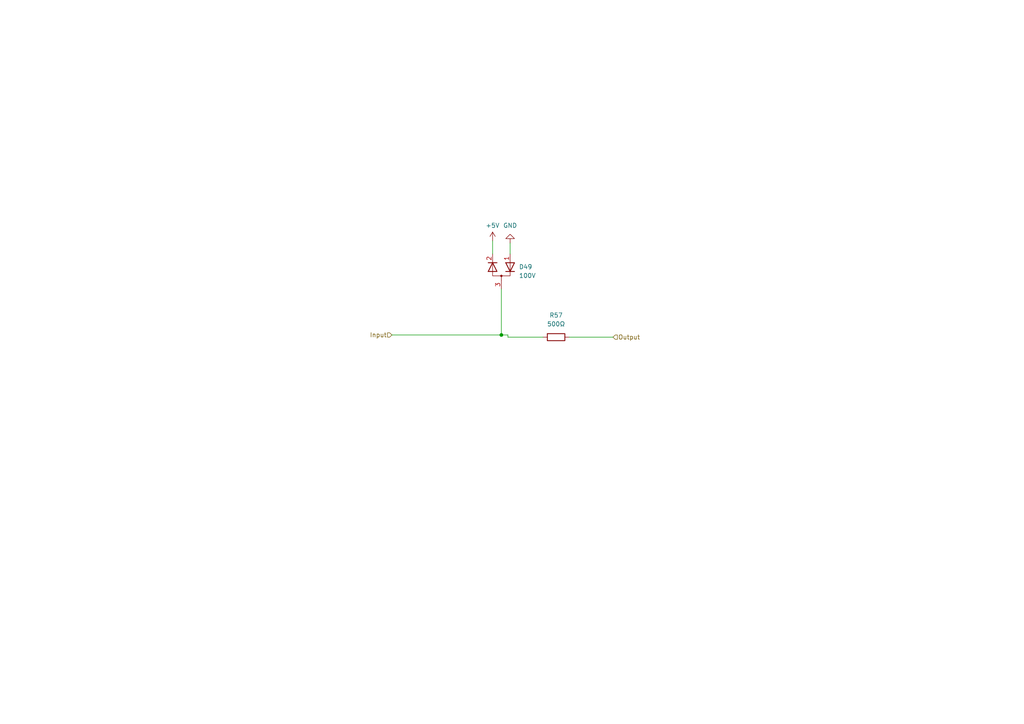
<source format=kicad_sch>
(kicad_sch (version 20230121) (generator eeschema)
  (paper "A4")
  (lib_symbols
    (symbol "Device:D_Dual_Series_AKC_Parallel" (pin_names (offset 0.762) hide)
      (property "Reference" "D" (at 0 5.08 0))
      (property "Value" "D_Dual_Series_AKC_Parallel" (at 0 -5.08 0))
      (symbol "D_Dual_Series_AKC_Parallel_0_0"
        (polyline (pts (xy 0 -1.27) (xy 0 -3.81)) (stroke (width 0.254)))
        (polyline (pts (xy 2.54 3.81) (xy 2.54 1.27)) (stroke (width 0.254)))
      )
      (symbol "D_Dual_Series_AKC_Parallel_0_1"
        (circle (center -1.27 0) (radius 0.254) (fill (type outline)))
        (polyline (pts (xy -1.27 0) (xy -2.54 0)))
        (polyline (pts (xy 2.54 2.54) (xy -1.27 2.54) (xy -1.27 -2.54) (xy 2.54 -2.54)))
        (polyline (pts (xy 0 3.81) (xy 2.54 2.54) (xy 0 1.27) (xy 0 3.81) (xy 0 3.81) (xy 0 3.81)) (stroke (width 0.254)))
        (polyline (pts (xy 2.54 -1.27) (xy 0 -2.54) (xy 2.54 -3.81) (xy 2.54 -1.27) (xy 2.54 -1.27) (xy 2.54 -1.27)) (stroke (width 0.254)))
        (pin passive line (at 5.08 -2.54 180) (length 2.54) (name "K") (number "1"))
        (pin passive line (at 5.08 2.54 180) (length 2.54) (name "K") (number "2"))
        (pin passive line (at -5.08 0 0) (length 2.54) (name "A") (number "3"))
      )
    )
    (symbol "Device:R" (pin_numbers hide) (pin_names (offset 0))
      (property "Reference" "R" (at 2.032 0 90))
      (property "Value" "R" (at 0 0 90))
      (symbol "R_0_1"
        (rectangle (start -1.016 -2.54) (end 1.016 2.54) (stroke (width 0.254)))
      )
      (symbol "R_1_1"
        (pin passive line (at 0 3.81 270) (length 1.27) (name "~") (number "1"))
        (pin passive line (at 0 -3.81 90) (length 1.27) (name "~") (number "2"))
      )
    )
    (symbol "power:+5V" (power) (pin_names (offset 0))
      (property "Value" "+5V" (at 0 3.556 0))
      (symbol "+5V_0_1"
        (polyline (pts (xy -0.762 1.27) (xy 0 2.54)))
        (polyline (pts (xy 0 0) (xy 0 2.54)))
        (polyline (pts (xy 0 2.54) (xy 0.762 1.27)))
      )
      (symbol "+5V_1_1"
        (pin power_in line (at 0 0 90) (length 0) hide (name "+5V") (number "1"))
      )
    )
    (symbol "power:GND" (power) (pin_names (offset 0))
      (property "Value" "GND" (at 0 -3.81 0))
      (symbol "GND_0_1"
        (polyline (pts (xy 0 0) (xy 0 -1.27) (xy 1.27 -1.27) (xy 0 -2.54) (xy -1.27 -1.27) (xy 0 -1.27)))
      )
      (symbol "GND_1_1"
        (pin power_in line (at 0 0 270) (length 0) hide (name "GND") (number "1"))
      )
    )
  )
  (junction (at 145.415 97.155))
  (wire (pts (xy 113.665 97.155) (xy 145.415 97.155)))
  (wire (pts (xy 142.875 69.85) (xy 142.875 73.66)))
  (wire (pts (xy 147.955 70.485) (xy 147.955 73.66)))
  (wire (pts (xy 145.415 83.82) (xy 145.415 97.155)))
  (wire (pts (xy 147.32 97.79) (xy 157.48 97.79)))
  (wire (pts (xy 145.415 97.155) (xy 147.32 97.155)))
  (wire (pts (xy 147.32 97.155) (xy 147.32 97.79)))
  (wire (pts (xy 165.1 97.79) (xy 177.8 97.79)))
  (hierarchical_label "Output" (shape input) (at 177.8 97.79 0))
  (hierarchical_label "Input" (shape input) (at 113.665 97.155 180))
  (symbol (lib_id "Device:D_Dual_Series_AKC_Parallel") (at 145.415 78.74 90) (unit 1)
    (property "Reference" "D49" (at 150.495 77.4065 90) (effects (justify right)))
    (property "Value" "100V" (at 150.495 79.9465 90) (effects (justify right)))
    (property "Footprint" "Package_TO_SOT_SMD:SOT-23-3" (effects hide))
    (instances (project "TeensyIrrigation" (path "" (reference "D49") (unit 1)) (path "" (reference "D50") (unit 1)) (path "" (reference "D51") (unit 1)) (path "" (reference "D52") (unit 1)) (path "" (reference "D53") (unit 1)) (path "" (reference "D54") (unit 1)) (path "" (reference "D55") (unit 1)) (path "" (reference "D56") (unit 1))))
  )
  (symbol (lib_id "power:+5V") (at 142.875 69.85 0) (unit 1)
    (property "Reference" "#PWR0216" (effects hide))
    (property "Value" "+5V" (at 142.875 65.405 0))
    (instances (project "TeensyIrrigation" (path "" (reference "#PWR0216") (unit 1)) (path "" (reference "#PWR0220") (unit 1)) (path "" (reference "#PWR0224") (unit 1)) (path "" (reference "#PWR0228") (unit 1)) (path "" (reference "#PWR0243") (unit 1)) (path "" (reference "#PWR0251") (unit 1)) (path "" (reference "#PWR0237") (unit 1)) (path "" (reference "#PWR0245") (unit 1))))
  )
  (symbol (lib_id "power:GND") (at 147.955 70.485 180) (unit 1)
    (property "Reference" "#PWR0217" (effects hide))
    (property "Value" "GND" (at 147.955 65.405 0))
    (instances (project "TeensyIrrigation" (path "" (reference "#PWR0217") (unit 1)) (path "" (reference "#PWR0221") (unit 1)) (path "" (reference "#PWR0225") (unit 1)) (path "" (reference "#PWR0229") (unit 1)) (path "" (reference "#PWR0244") (unit 1)) (path "" (reference "#PWR0252") (unit 1)) (path "" (reference "#PWR0238") (unit 1)) (path "" (reference "#PWR0246") (unit 1))))
  )
  (symbol (lib_id "Device:R") (at 161.29 97.79 90) (unit 1)
    (property "Reference" "R57" (at 161.29 91.44 90))
    (property "Value" "500Ω" (at 161.29 93.98 90))
    (property "Footprint" "Resistor_SMD:R_0805_2012Metric" (effects hide))
    (instances (project "TeensyIrrigation" (path "" (reference "R57") (unit 1)) (path "" (reference "R58") (unit 1)) (path "" (reference "R59") (unit 1)) (path "" (reference "R60") (unit 1)) (path "" (reference "R62") (unit 1)) (path "" (reference "R64") (unit 1)) (path "" (reference "R61") (unit 1)) (path "" (reference "R63") (unit 1))))
  )
)
</source>
